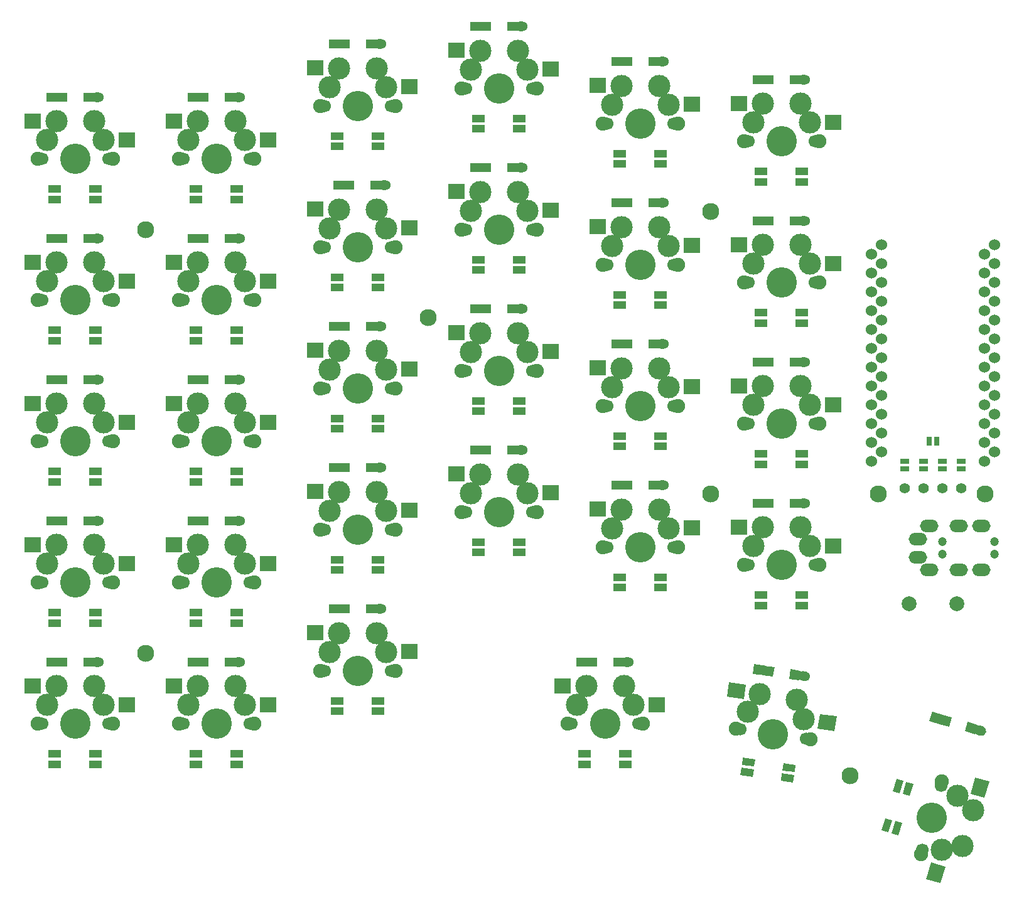
<source format=gts>
G04 #@! TF.GenerationSoftware,KiCad,Pcbnew,5.1.10-88a1d61d58~88~ubuntu18.04.1*
G04 #@! TF.CreationDate,2021-07-03T13:59:34+09:00*
G04 #@! TF.ProjectId,swallowtail,7377616c-6c6f-4777-9461-696c2e6b6963,rev?*
G04 #@! TF.SameCoordinates,Original*
G04 #@! TF.FileFunction,Soldermask,Top*
G04 #@! TF.FilePolarity,Negative*
%FSLAX46Y46*%
G04 Gerber Fmt 4.6, Leading zero omitted, Abs format (unit mm)*
G04 Created by KiCad (PCBNEW 5.1.10-88a1d61d58~88~ubuntu18.04.1) date 2021-07-03 13:59:34*
%MOMM*%
%LPD*%
G01*
G04 APERTURE LIST*
%ADD10R,1.700000X1.000000*%
%ADD11C,0.100000*%
%ADD12C,1.700000*%
%ADD13C,1.900000*%
%ADD14C,4.100000*%
%ADD15C,3.000000*%
%ADD16R,2.300000X2.000000*%
%ADD17C,2.300000*%
%ADD18R,1.400000X1.300000*%
%ADD19O,1.778000X1.300000*%
%ADD20R,1.778000X1.300000*%
%ADD21O,2.500000X1.700000*%
%ADD22C,1.200000*%
%ADD23C,1.397000*%
%ADD24R,0.635000X1.143000*%
%ADD25R,1.143000X0.635000*%
%ADD26C,2.000000*%
%ADD27C,1.524000*%
G04 APERTURE END LIST*
D10*
G04 #@! TO.C,LED1*
X144434970Y-69756540D03*
X144434970Y-68356540D03*
X138934970Y-69756540D03*
X138934970Y-68356540D03*
G04 #@! TD*
G04 #@! TO.C,LED2*
X125384890Y-67375280D03*
X125384890Y-65975280D03*
X119884890Y-67375280D03*
X119884890Y-65975280D03*
G04 #@! TD*
G04 #@! TO.C,LED3*
X106334810Y-62612760D03*
X106334810Y-61212760D03*
X100834810Y-62612760D03*
X100834810Y-61212760D03*
G04 #@! TD*
G04 #@! TO.C,LED4*
X87284730Y-64994020D03*
X87284730Y-63594020D03*
X81784730Y-64994020D03*
X81784730Y-63594020D03*
G04 #@! TD*
G04 #@! TO.C,LED5*
X68234650Y-72137800D03*
X68234650Y-70737800D03*
X62734650Y-72137800D03*
X62734650Y-70737800D03*
G04 #@! TD*
G04 #@! TO.C,LED6*
X49184570Y-72137800D03*
X49184570Y-70737800D03*
X43684570Y-72137800D03*
X43684570Y-70737800D03*
G04 #@! TD*
G04 #@! TO.C,LED7*
X49184570Y-91187880D03*
X49184570Y-89787880D03*
X43684570Y-91187880D03*
X43684570Y-89787880D03*
G04 #@! TD*
G04 #@! TO.C,LED8*
X68234650Y-91187880D03*
X68234650Y-89787880D03*
X62734650Y-91187880D03*
X62734650Y-89787880D03*
G04 #@! TD*
G04 #@! TO.C,LED9*
X87284730Y-84044100D03*
X87284730Y-82644100D03*
X81784730Y-84044100D03*
X81784730Y-82644100D03*
G04 #@! TD*
G04 #@! TO.C,LED10*
X106334810Y-81662840D03*
X106334810Y-80262840D03*
X100834810Y-81662840D03*
X100834810Y-80262840D03*
G04 #@! TD*
G04 #@! TO.C,LED11*
X125384890Y-86425360D03*
X125384890Y-85025360D03*
X119884890Y-86425360D03*
X119884890Y-85025360D03*
G04 #@! TD*
G04 #@! TO.C,LED12*
X144434970Y-88806620D03*
X144434970Y-87406620D03*
X138934970Y-88806620D03*
X138934970Y-87406620D03*
G04 #@! TD*
G04 #@! TO.C,LED13*
X144434970Y-107856700D03*
X144434970Y-106456700D03*
X138934970Y-107856700D03*
X138934970Y-106456700D03*
G04 #@! TD*
G04 #@! TO.C,LED14*
X125384890Y-105475440D03*
X125384890Y-104075440D03*
X119884890Y-105475440D03*
X119884890Y-104075440D03*
G04 #@! TD*
G04 #@! TO.C,LED15*
X106334810Y-100712920D03*
X106334810Y-99312920D03*
X100834810Y-100712920D03*
X100834810Y-99312920D03*
G04 #@! TD*
G04 #@! TO.C,LED16*
X87284730Y-103094180D03*
X87284730Y-101694180D03*
X81784730Y-103094180D03*
X81784730Y-101694180D03*
G04 #@! TD*
G04 #@! TO.C,LED17*
X68234650Y-110237960D03*
X68234650Y-108837960D03*
X62734650Y-110237960D03*
X62734650Y-108837960D03*
G04 #@! TD*
G04 #@! TO.C,LED18*
X49184570Y-110237960D03*
X49184570Y-108837960D03*
X43684570Y-110237960D03*
X43684570Y-108837960D03*
G04 #@! TD*
G04 #@! TO.C,LED19*
X49184570Y-129288040D03*
X49184570Y-127888040D03*
X43684570Y-129288040D03*
X43684570Y-127888040D03*
G04 #@! TD*
G04 #@! TO.C,LED20*
X68234650Y-129288040D03*
X68234650Y-127888040D03*
X62734650Y-129288040D03*
X62734650Y-127888040D03*
G04 #@! TD*
G04 #@! TO.C,LED21*
X87284730Y-122144260D03*
X87284730Y-120744260D03*
X81784730Y-122144260D03*
X81784730Y-120744260D03*
G04 #@! TD*
G04 #@! TO.C,LED22*
X106334810Y-119763000D03*
X106334810Y-118363000D03*
X100834810Y-119763000D03*
X100834810Y-118363000D03*
G04 #@! TD*
G04 #@! TO.C,LED23*
X125384890Y-124525520D03*
X125384890Y-123125520D03*
X119884890Y-124525520D03*
X119884890Y-123125520D03*
G04 #@! TD*
G04 #@! TO.C,LED24*
X144434970Y-126906780D03*
X144434970Y-125506780D03*
X138934970Y-126906780D03*
X138934970Y-125506780D03*
G04 #@! TD*
D11*
G04 #@! TO.C,LED25*
G36*
X155647775Y-155620633D02*
G01*
X156609037Y-155896270D01*
X156140453Y-157530415D01*
X155179191Y-157254778D01*
X155647775Y-155620633D01*
G37*
G36*
X156993541Y-156006525D02*
G01*
X157954803Y-156282162D01*
X157486219Y-157916307D01*
X156524957Y-157640670D01*
X156993541Y-156006525D01*
G37*
G36*
X157163781Y-150333693D02*
G01*
X158125043Y-150609330D01*
X157656459Y-152243475D01*
X156695197Y-151967838D01*
X157163781Y-150333693D01*
G37*
G36*
X158509547Y-150719585D02*
G01*
X159470809Y-150995222D01*
X159002225Y-152629367D01*
X158040963Y-152353730D01*
X158509547Y-150719585D01*
G37*
G04 #@! TD*
G04 #@! TO.C,LED26*
G36*
X141585160Y-150567289D02*
G01*
X141724333Y-149577021D01*
X143407788Y-149813615D01*
X143268615Y-150803883D01*
X141585160Y-150567289D01*
G37*
G36*
X141780002Y-149180913D02*
G01*
X141919175Y-148190645D01*
X143602630Y-148427239D01*
X143463457Y-149417507D01*
X141780002Y-149180913D01*
G37*
G36*
X136138686Y-149801837D02*
G01*
X136277859Y-148811569D01*
X137961314Y-149048163D01*
X137822141Y-150038431D01*
X136138686Y-149801837D01*
G37*
G36*
X136333528Y-148415461D02*
G01*
X136472701Y-147425193D01*
X138156156Y-147661787D01*
X138016983Y-148652055D01*
X136333528Y-148415461D01*
G37*
G04 #@! TD*
D10*
G04 #@! TO.C,LED27*
X120622370Y-148338120D03*
X120622370Y-146938120D03*
X115122370Y-148338120D03*
X115122370Y-146938120D03*
G04 #@! TD*
G04 #@! TO.C,LED28*
X87284730Y-141194340D03*
X87284730Y-139794340D03*
X81784730Y-141194340D03*
X81784730Y-139794340D03*
G04 #@! TD*
G04 #@! TO.C,LED29*
X68234650Y-148338120D03*
X68234650Y-146938120D03*
X62734650Y-148338120D03*
X62734650Y-146938120D03*
G04 #@! TD*
G04 #@! TO.C,LED30*
X49184570Y-148338120D03*
X49184570Y-146938120D03*
X43684570Y-148338120D03*
X43684570Y-146938120D03*
G04 #@! TD*
D12*
G04 #@! TO.C,SW6*
X146184385Y-64293765D03*
X137184385Y-64293765D03*
D13*
X136604385Y-64293765D03*
X146764385Y-64293765D03*
D14*
X141684385Y-64293765D03*
D15*
X144224385Y-59213765D03*
X145494385Y-61753764D03*
X139144385Y-59213765D03*
X137874385Y-61753765D03*
D16*
X135984385Y-59173765D03*
X148684385Y-61713765D03*
G04 #@! TD*
D17*
G04 #@! TO.C,Ref\u002A\u002A*
X169125000Y-111875000D03*
G04 #@! TD*
G04 #@! TO.C,Ref\u002A\u002A*
X154775000Y-111875000D03*
G04 #@! TD*
G04 #@! TO.C,Ref\u002A\u002A*
X132159930Y-111919220D03*
G04 #@! TD*
G04 #@! TO.C,Ref\u002A\u002A*
X132159930Y-73819060D03*
G04 #@! TD*
G04 #@! TO.C,Ref\u002A\u002A*
X94059770Y-88106620D03*
G04 #@! TD*
G04 #@! TO.C,Ref\u002A\u002A*
X150975000Y-149925000D03*
G04 #@! TD*
G04 #@! TO.C,Ref\u002A\u002A*
X55959610Y-133350560D03*
G04 #@! TD*
G04 #@! TO.C,Ref\u002A\u002A*
X55959610Y-76200320D03*
G04 #@! TD*
D12*
G04 #@! TO.C,SW29*
X145006591Y-144914794D03*
X136094179Y-143662236D03*
D13*
X135519823Y-143581516D03*
X145580947Y-144995514D03*
D14*
X140550385Y-144288515D03*
D15*
X143772665Y-139611453D03*
X144676806Y-142303483D03*
X138742103Y-138904454D03*
X137130963Y-141242985D03*
D11*
G36*
X136896404Y-137594837D02*
G01*
X136618058Y-139575373D01*
X134340442Y-139255275D01*
X134618788Y-137274739D01*
X136896404Y-137594837D01*
G37*
G36*
X149119309Y-141877616D02*
G01*
X148840963Y-143858152D01*
X146563347Y-143538054D01*
X146841693Y-141557518D01*
X149119309Y-141877616D01*
G37*
G04 #@! TD*
G04 #@! TO.C,D29*
G36*
X144251682Y-135736029D02*
G01*
X144070757Y-137023377D01*
X142684382Y-136828535D01*
X142865307Y-135541187D01*
X144251682Y-135736029D01*
G37*
G36*
X140736230Y-135241965D02*
G01*
X140555305Y-136529313D01*
X139168930Y-136334471D01*
X139349855Y-135047123D01*
X140736230Y-135241965D01*
G37*
G36*
G01*
X143800762Y-136329044D02*
X143800762Y-136329044D01*
G75*
G02*
X144534899Y-135775833I643674J-90463D01*
G01*
X145008247Y-135842357D01*
G75*
G02*
X145561458Y-136576494I-90463J-643674D01*
G01*
X145561458Y-136576494D01*
G75*
G02*
X144827321Y-137129705I-643674J90463D01*
G01*
X144353973Y-137063181D01*
G75*
G02*
X143800762Y-136329044I90463J643674D01*
G01*
G37*
G36*
X137768691Y-136137680D02*
G01*
X137949616Y-134850332D01*
X139710313Y-135097782D01*
X139529388Y-136385130D01*
X137768691Y-136137680D01*
G37*
G04 #@! TD*
D18*
G04 #@! TO.C,D23*
X124409385Y-110728140D03*
X120859385Y-110728140D03*
D19*
X125634385Y-110728140D03*
D20*
X119634385Y-110728140D03*
G04 #@! TD*
D12*
G04 #@! TO.C,SW19*
X50934385Y-123825025D03*
X41934385Y-123825025D03*
D13*
X41354385Y-123825025D03*
X51514385Y-123825025D03*
D14*
X46434385Y-123825025D03*
D15*
X48974385Y-118745025D03*
X50244385Y-121285024D03*
X43894385Y-118745025D03*
X42624385Y-121285025D03*
D16*
X40734385Y-118705025D03*
X53434385Y-121245025D03*
G04 #@! TD*
D12*
G04 #@! TO.C,SW20*
X69984385Y-123825025D03*
X60984385Y-123825025D03*
D13*
X60404385Y-123825025D03*
X70564385Y-123825025D03*
D14*
X65484385Y-123825025D03*
D15*
X68024385Y-118745025D03*
X69294385Y-121285024D03*
X62944385Y-118745025D03*
X61674385Y-121285025D03*
D16*
X59784385Y-118705025D03*
X72484385Y-121245025D03*
G04 #@! TD*
D12*
G04 #@! TO.C,SW24*
X146184385Y-121443765D03*
X137184385Y-121443765D03*
D13*
X136604385Y-121443765D03*
X146764385Y-121443765D03*
D14*
X141684385Y-121443765D03*
D15*
X144224385Y-116363765D03*
X145494385Y-118903764D03*
X139144385Y-116363765D03*
X137874385Y-118903765D03*
D16*
X135984385Y-116323765D03*
X148684385Y-118863765D03*
G04 #@! TD*
D18*
G04 #@! TO.C,D1*
X48209385Y-58340650D03*
X44659385Y-58340650D03*
D19*
X49434385Y-58340650D03*
D20*
X43434385Y-58340650D03*
G04 #@! TD*
D18*
G04 #@! TO.C,D2*
X67259385Y-58340650D03*
X63709385Y-58340650D03*
D19*
X68484385Y-58340650D03*
D20*
X62484385Y-58340650D03*
G04 #@! TD*
D18*
G04 #@! TO.C,D3*
X86309385Y-51196890D03*
X82759385Y-51196890D03*
D19*
X87534385Y-51196890D03*
D20*
X81534385Y-51196890D03*
G04 #@! TD*
D18*
G04 #@! TO.C,D4*
X105359385Y-48815640D03*
X101809385Y-48815640D03*
D19*
X106584385Y-48815640D03*
D20*
X100584385Y-48815640D03*
G04 #@! TD*
D18*
G04 #@! TO.C,D5*
X124409385Y-53578140D03*
X120859385Y-53578140D03*
D19*
X125634385Y-53578140D03*
D20*
X119634385Y-53578140D03*
G04 #@! TD*
D18*
G04 #@! TO.C,D6*
X143459385Y-55959390D03*
X139909385Y-55959390D03*
D19*
X144684385Y-55959390D03*
D20*
X138684385Y-55959390D03*
G04 #@! TD*
D18*
G04 #@! TO.C,D7*
X48209385Y-77390650D03*
X44659385Y-77390650D03*
D19*
X49434385Y-77390650D03*
D20*
X43434385Y-77390650D03*
G04 #@! TD*
D18*
G04 #@! TO.C,D8*
X67259385Y-77390650D03*
X63709385Y-77390650D03*
D19*
X68484385Y-77390650D03*
D20*
X62484385Y-77390650D03*
G04 #@! TD*
D18*
G04 #@! TO.C,D9*
X86915635Y-70246890D03*
X83365635Y-70246890D03*
D19*
X88140635Y-70246890D03*
D20*
X82140635Y-70246890D03*
G04 #@! TD*
D18*
G04 #@! TO.C,D10*
X105359385Y-67865640D03*
X101809385Y-67865640D03*
D19*
X106584385Y-67865640D03*
D20*
X100584385Y-67865640D03*
G04 #@! TD*
D18*
G04 #@! TO.C,D11*
X124409385Y-72628140D03*
X120859385Y-72628140D03*
D19*
X125634385Y-72628140D03*
D20*
X119634385Y-72628140D03*
G04 #@! TD*
D18*
G04 #@! TO.C,D12*
X143459385Y-75009390D03*
X139909385Y-75009390D03*
D19*
X144684385Y-75009390D03*
D20*
X138684385Y-75009390D03*
G04 #@! TD*
D18*
G04 #@! TO.C,D13*
X48209385Y-96440650D03*
X44659385Y-96440650D03*
D19*
X49434385Y-96440650D03*
D20*
X43434385Y-96440650D03*
G04 #@! TD*
D18*
G04 #@! TO.C,D14*
X67259385Y-96440650D03*
X63709385Y-96440650D03*
D19*
X68484385Y-96440650D03*
D20*
X62484385Y-96440650D03*
G04 #@! TD*
D18*
G04 #@! TO.C,D15*
X86309385Y-89296890D03*
X82759385Y-89296890D03*
D19*
X87534385Y-89296890D03*
D20*
X81534385Y-89296890D03*
G04 #@! TD*
D18*
G04 #@! TO.C,D16*
X105359385Y-86915640D03*
X101809385Y-86915640D03*
D19*
X106584385Y-86915640D03*
D20*
X100584385Y-86915640D03*
G04 #@! TD*
D18*
G04 #@! TO.C,D17*
X124409385Y-91678140D03*
X120859385Y-91678140D03*
D19*
X125634385Y-91678140D03*
D20*
X119634385Y-91678140D03*
G04 #@! TD*
D18*
G04 #@! TO.C,D18*
X143459385Y-94059390D03*
X139909385Y-94059390D03*
D19*
X144684385Y-94059390D03*
D20*
X138684385Y-94059390D03*
G04 #@! TD*
D18*
G04 #@! TO.C,D19*
X48209385Y-115490650D03*
X44659385Y-115490650D03*
D19*
X49434385Y-115490650D03*
D20*
X43434385Y-115490650D03*
G04 #@! TD*
D18*
G04 #@! TO.C,D20*
X67259385Y-115490650D03*
X63709385Y-115490650D03*
D19*
X68484385Y-115490650D03*
D20*
X62484385Y-115490650D03*
G04 #@! TD*
D18*
G04 #@! TO.C,D21*
X86309385Y-108346890D03*
X82759385Y-108346890D03*
D19*
X87534385Y-108346890D03*
D20*
X81534385Y-108346890D03*
G04 #@! TD*
D18*
G04 #@! TO.C,D22*
X105359385Y-105965640D03*
X101809385Y-105965640D03*
D19*
X106584385Y-105965640D03*
D20*
X100584385Y-105965640D03*
G04 #@! TD*
D18*
G04 #@! TO.C,D24*
X143459385Y-113109390D03*
X139909385Y-113109390D03*
D19*
X144684385Y-113109390D03*
D20*
X138684385Y-113109390D03*
G04 #@! TD*
D18*
G04 #@! TO.C,D25*
X48209385Y-134540650D03*
X44659385Y-134540650D03*
D19*
X49434385Y-134540650D03*
D20*
X43434385Y-134540650D03*
G04 #@! TD*
D18*
G04 #@! TO.C,D26*
X67259385Y-134540650D03*
X63709385Y-134540650D03*
D19*
X68484385Y-134540650D03*
D20*
X62484385Y-134540650D03*
G04 #@! TD*
D18*
G04 #@! TO.C,D27*
X86309385Y-127396890D03*
X82759385Y-127396890D03*
D19*
X87534385Y-127396890D03*
D20*
X81534385Y-127396890D03*
G04 #@! TD*
D18*
G04 #@! TO.C,D28*
X119651385Y-134541640D03*
X116101385Y-134541640D03*
D19*
X120876385Y-134541640D03*
D20*
X114876385Y-134541640D03*
G04 #@! TD*
D11*
G04 #@! TO.C,D30*
G36*
X168102660Y-143024123D02*
G01*
X167744332Y-144273763D01*
X166398566Y-143887871D01*
X166756894Y-142638231D01*
X168102660Y-143024123D01*
G37*
G36*
X164690180Y-142045611D02*
G01*
X164331852Y-143295251D01*
X162986086Y-142909359D01*
X163344414Y-141659719D01*
X164690180Y-142045611D01*
G37*
G36*
G01*
X167573596Y-143548612D02*
X167573596Y-143548612D01*
G75*
G02*
X168377580Y-143102956I624820J-179164D01*
G01*
X168837064Y-143234710D01*
G75*
G02*
X169282720Y-144038694I-179164J-624820D01*
G01*
X169282720Y-144038694D01*
G75*
G02*
X168478736Y-144484350I-624820J179164D01*
G01*
X168019252Y-144352596D01*
G75*
G02*
X167573596Y-143548612I179164J624820D01*
G01*
G37*
G36*
X161626862Y-142519607D02*
G01*
X161985191Y-141269967D01*
X163694314Y-141760051D01*
X163335985Y-143009691D01*
X161626862Y-142519607D01*
G37*
G04 #@! TD*
D12*
G04 #@! TO.C,SW4*
X108084385Y-57150015D03*
X99084385Y-57150015D03*
D13*
X98504385Y-57150015D03*
X108664385Y-57150015D03*
D14*
X103584385Y-57150015D03*
D15*
X106124385Y-52070015D03*
X107394385Y-54610014D03*
X101044385Y-52070015D03*
X99774385Y-54610015D03*
D16*
X97884385Y-52030015D03*
X110584385Y-54570015D03*
G04 #@! TD*
D12*
G04 #@! TO.C,SW30*
X160694017Y-159881943D03*
X163174753Y-151230587D03*
D13*
X163334623Y-150673056D03*
X160534147Y-160439474D03*
D14*
X161934385Y-155556265D03*
D15*
X166117476Y-159398107D03*
X163325812Y-159918791D03*
X167517713Y-154514898D03*
X165426168Y-152593977D03*
D11*
G36*
X169071457Y-152869425D02*
G01*
X167148933Y-152318151D01*
X167782899Y-150107249D01*
X169705423Y-150658523D01*
X169071457Y-152869425D01*
G37*
G36*
X163129258Y-164377329D02*
G01*
X161206734Y-163826055D01*
X161840700Y-161615153D01*
X163763224Y-162166427D01*
X163129258Y-164377329D01*
G37*
G04 #@! TD*
D12*
G04 #@! TO.C,SW25*
X50934385Y-142875025D03*
X41934385Y-142875025D03*
D13*
X41354385Y-142875025D03*
X51514385Y-142875025D03*
D14*
X46434385Y-142875025D03*
D15*
X48974385Y-137795025D03*
X50244385Y-140335024D03*
X43894385Y-137795025D03*
X42624385Y-140335025D03*
D16*
X40734385Y-137755025D03*
X53434385Y-140295025D03*
G04 #@! TD*
D21*
G04 #@! TO.C,J1*
X160113560Y-117940425D03*
X161613560Y-122140425D03*
X165613560Y-122140425D03*
X168613560Y-122140425D03*
D22*
X163413560Y-120040425D03*
X170413560Y-120040425D03*
D21*
X165613560Y-116190425D03*
X168613560Y-116190425D03*
X160113560Y-120390425D03*
X161613560Y-116190425D03*
D22*
X170413560Y-118290425D03*
X163413560Y-118290425D03*
G04 #@! TD*
D23*
G04 #@! TO.C,J2*
X165944560Y-111150425D03*
X163404560Y-111150425D03*
X160864560Y-111150425D03*
X158324560Y-111150425D03*
G04 #@! TD*
D24*
G04 #@! TO.C,JP2*
X161634180Y-104800425D03*
X162634940Y-104800425D03*
G04 #@! TD*
D25*
G04 #@! TO.C,JP7*
X165944560Y-107475045D03*
X165944560Y-108475805D03*
G04 #@! TD*
G04 #@! TO.C,JP8*
X163404560Y-107475045D03*
X163404560Y-108475805D03*
G04 #@! TD*
G04 #@! TO.C,JP9*
X160864560Y-107475045D03*
X160864560Y-108475805D03*
G04 #@! TD*
G04 #@! TO.C,JP10*
X158324560Y-107475045D03*
X158324560Y-108475805D03*
G04 #@! TD*
D26*
G04 #@! TO.C,RSW1*
X158866850Y-126692520D03*
X165366850Y-126692520D03*
G04 #@! TD*
D12*
G04 #@! TO.C,SW1*
X50934385Y-66675025D03*
X41934385Y-66675025D03*
D13*
X41354385Y-66675025D03*
X51514385Y-66675025D03*
D14*
X46434385Y-66675025D03*
D15*
X48974385Y-61595025D03*
X50244385Y-64135024D03*
X43894385Y-61595025D03*
X42624385Y-64135025D03*
D16*
X40734385Y-61555025D03*
X53434385Y-64095025D03*
G04 #@! TD*
D12*
G04 #@! TO.C,SW2*
X69984385Y-66675025D03*
X60984385Y-66675025D03*
D13*
X60404385Y-66675025D03*
X70564385Y-66675025D03*
D14*
X65484385Y-66675025D03*
D15*
X68024385Y-61595025D03*
X69294385Y-64135024D03*
X62944385Y-61595025D03*
X61674385Y-64135025D03*
D16*
X59784385Y-61555025D03*
X72484385Y-64095025D03*
G04 #@! TD*
D12*
G04 #@! TO.C,SW3*
X89034385Y-59531265D03*
X80034385Y-59531265D03*
D13*
X79454385Y-59531265D03*
X89614385Y-59531265D03*
D14*
X84534385Y-59531265D03*
D15*
X87074385Y-54451265D03*
X88344385Y-56991264D03*
X81994385Y-54451265D03*
X80724385Y-56991265D03*
D16*
X78834385Y-54411265D03*
X91534385Y-56951265D03*
G04 #@! TD*
D12*
G04 #@! TO.C,SW5*
X127134385Y-61912515D03*
X118134385Y-61912515D03*
D13*
X117554385Y-61912515D03*
X127714385Y-61912515D03*
D14*
X122634385Y-61912515D03*
D15*
X125174385Y-56832515D03*
X126444385Y-59372514D03*
X120094385Y-56832515D03*
X118824385Y-59372515D03*
D16*
X116934385Y-56792515D03*
X129634385Y-59332515D03*
G04 #@! TD*
D12*
G04 #@! TO.C,SW7*
X50934385Y-85725025D03*
X41934385Y-85725025D03*
D13*
X41354385Y-85725025D03*
X51514385Y-85725025D03*
D14*
X46434385Y-85725025D03*
D15*
X48974385Y-80645025D03*
X50244385Y-83185024D03*
X43894385Y-80645025D03*
X42624385Y-83185025D03*
D16*
X40734385Y-80605025D03*
X53434385Y-83145025D03*
G04 #@! TD*
D12*
G04 #@! TO.C,SW8*
X69984385Y-85725025D03*
X60984385Y-85725025D03*
D13*
X60404385Y-85725025D03*
X70564385Y-85725025D03*
D14*
X65484385Y-85725025D03*
D15*
X68024385Y-80645025D03*
X69294385Y-83185024D03*
X62944385Y-80645025D03*
X61674385Y-83185025D03*
D16*
X59784385Y-80605025D03*
X72484385Y-83145025D03*
G04 #@! TD*
D12*
G04 #@! TO.C,SW9*
X89034385Y-78581265D03*
X80034385Y-78581265D03*
D13*
X79454385Y-78581265D03*
X89614385Y-78581265D03*
D14*
X84534385Y-78581265D03*
D15*
X87074385Y-73501265D03*
X88344385Y-76041264D03*
X81994385Y-73501265D03*
X80724385Y-76041265D03*
D16*
X78834385Y-73461265D03*
X91534385Y-76001265D03*
G04 #@! TD*
D12*
G04 #@! TO.C,SW10*
X108084385Y-76200015D03*
X99084385Y-76200015D03*
D13*
X98504385Y-76200015D03*
X108664385Y-76200015D03*
D14*
X103584385Y-76200015D03*
D15*
X106124385Y-71120015D03*
X107394385Y-73660014D03*
X101044385Y-71120015D03*
X99774385Y-73660015D03*
D16*
X97884385Y-71080015D03*
X110584385Y-73620015D03*
G04 #@! TD*
D12*
G04 #@! TO.C,SW11*
X127134385Y-80962515D03*
X118134385Y-80962515D03*
D13*
X117554385Y-80962515D03*
X127714385Y-80962515D03*
D14*
X122634385Y-80962515D03*
D15*
X125174385Y-75882515D03*
X126444385Y-78422514D03*
X120094385Y-75882515D03*
X118824385Y-78422515D03*
D16*
X116934385Y-75842515D03*
X129634385Y-78382515D03*
G04 #@! TD*
D12*
G04 #@! TO.C,SW12*
X146184385Y-83343765D03*
X137184385Y-83343765D03*
D13*
X136604385Y-83343765D03*
X146764385Y-83343765D03*
D14*
X141684385Y-83343765D03*
D15*
X144224385Y-78263765D03*
X145494385Y-80803764D03*
X139144385Y-78263765D03*
X137874385Y-80803765D03*
D16*
X135984385Y-78223765D03*
X148684385Y-80763765D03*
G04 #@! TD*
D12*
G04 #@! TO.C,SW13*
X50934385Y-104775025D03*
X41934385Y-104775025D03*
D13*
X41354385Y-104775025D03*
X51514385Y-104775025D03*
D14*
X46434385Y-104775025D03*
D15*
X48974385Y-99695025D03*
X50244385Y-102235024D03*
X43894385Y-99695025D03*
X42624385Y-102235025D03*
D16*
X40734385Y-99655025D03*
X53434385Y-102195025D03*
G04 #@! TD*
D12*
G04 #@! TO.C,SW14*
X69984385Y-104775025D03*
X60984385Y-104775025D03*
D13*
X60404385Y-104775025D03*
X70564385Y-104775025D03*
D14*
X65484385Y-104775025D03*
D15*
X68024385Y-99695025D03*
X69294385Y-102235024D03*
X62944385Y-99695025D03*
X61674385Y-102235025D03*
D16*
X59784385Y-99655025D03*
X72484385Y-102195025D03*
G04 #@! TD*
D12*
G04 #@! TO.C,SW15*
X89034385Y-97631265D03*
X80034385Y-97631265D03*
D13*
X79454385Y-97631265D03*
X89614385Y-97631265D03*
D14*
X84534385Y-97631265D03*
D15*
X87074385Y-92551265D03*
X88344385Y-95091264D03*
X81994385Y-92551265D03*
X80724385Y-95091265D03*
D16*
X78834385Y-92511265D03*
X91534385Y-95051265D03*
G04 #@! TD*
D12*
G04 #@! TO.C,SW16*
X108084385Y-95250015D03*
X99084385Y-95250015D03*
D13*
X98504385Y-95250015D03*
X108664385Y-95250015D03*
D14*
X103584385Y-95250015D03*
D15*
X106124385Y-90170015D03*
X107394385Y-92710014D03*
X101044385Y-90170015D03*
X99774385Y-92710015D03*
D16*
X97884385Y-90130015D03*
X110584385Y-92670015D03*
G04 #@! TD*
D12*
G04 #@! TO.C,SW17*
X127134385Y-100012515D03*
X118134385Y-100012515D03*
D13*
X117554385Y-100012515D03*
X127714385Y-100012515D03*
D14*
X122634385Y-100012515D03*
D15*
X125174385Y-94932515D03*
X126444385Y-97472514D03*
X120094385Y-94932515D03*
X118824385Y-97472515D03*
D16*
X116934385Y-94892515D03*
X129634385Y-97432515D03*
G04 #@! TD*
D12*
G04 #@! TO.C,SW18*
X146184385Y-102393765D03*
X137184385Y-102393765D03*
D13*
X136604385Y-102393765D03*
X146764385Y-102393765D03*
D14*
X141684385Y-102393765D03*
D15*
X144224385Y-97313765D03*
X145494385Y-99853764D03*
X139144385Y-97313765D03*
X137874385Y-99853765D03*
D16*
X135984385Y-97273765D03*
X148684385Y-99813765D03*
G04 #@! TD*
D12*
G04 #@! TO.C,SW21*
X89034385Y-116681265D03*
X80034385Y-116681265D03*
D13*
X79454385Y-116681265D03*
X89614385Y-116681265D03*
D14*
X84534385Y-116681265D03*
D15*
X87074385Y-111601265D03*
X88344385Y-114141264D03*
X81994385Y-111601265D03*
X80724385Y-114141265D03*
D16*
X78834385Y-111561265D03*
X91534385Y-114101265D03*
G04 #@! TD*
D12*
G04 #@! TO.C,SW22*
X108084385Y-114300015D03*
X99084385Y-114300015D03*
D13*
X98504385Y-114300015D03*
X108664385Y-114300015D03*
D14*
X103584385Y-114300015D03*
D15*
X106124385Y-109220015D03*
X107394385Y-111760014D03*
X101044385Y-109220015D03*
X99774385Y-111760015D03*
D16*
X97884385Y-109180015D03*
X110584385Y-111720015D03*
G04 #@! TD*
D12*
G04 #@! TO.C,SW23*
X127134385Y-119062515D03*
X118134385Y-119062515D03*
D13*
X117554385Y-119062515D03*
X127714385Y-119062515D03*
D14*
X122634385Y-119062515D03*
D15*
X125174385Y-113982515D03*
X126444385Y-116522514D03*
X120094385Y-113982515D03*
X118824385Y-116522515D03*
D16*
X116934385Y-113942515D03*
X129634385Y-116482515D03*
G04 #@! TD*
D12*
G04 #@! TO.C,SW26*
X69984385Y-142875025D03*
X60984385Y-142875025D03*
D13*
X60404385Y-142875025D03*
X70564385Y-142875025D03*
D14*
X65484385Y-142875025D03*
D15*
X68024385Y-137795025D03*
X69294385Y-140335024D03*
X62944385Y-137795025D03*
X61674385Y-140335025D03*
D16*
X59784385Y-137755025D03*
X72484385Y-140295025D03*
G04 #@! TD*
D12*
G04 #@! TO.C,SW27*
X89034385Y-135731265D03*
X80034385Y-135731265D03*
D13*
X79454385Y-135731265D03*
X89614385Y-135731265D03*
D14*
X84534385Y-135731265D03*
D15*
X87074385Y-130651265D03*
X88344385Y-133191264D03*
X81994385Y-130651265D03*
X80724385Y-133191265D03*
D16*
X78834385Y-130611265D03*
X91534385Y-133151265D03*
G04 #@! TD*
D12*
G04 #@! TO.C,SW28*
X122376385Y-142876015D03*
X113376385Y-142876015D03*
D13*
X112796385Y-142876015D03*
X122956385Y-142876015D03*
D14*
X117876385Y-142876015D03*
D15*
X120416385Y-137796015D03*
X121686385Y-140336014D03*
X115336385Y-137796015D03*
X114066385Y-140336015D03*
D16*
X112176385Y-137756015D03*
X124876385Y-140296015D03*
G04 #@! TD*
D27*
G04 #@! TO.C,U1*
X169063160Y-79527425D03*
X169063160Y-82067425D03*
X169063160Y-84607425D03*
X169063160Y-87147425D03*
X169063160Y-89687425D03*
X169063160Y-92227425D03*
X169063160Y-94767425D03*
X169063160Y-97307425D03*
X169063160Y-99847425D03*
X169063160Y-102387425D03*
X169063160Y-104927425D03*
X169063160Y-107467425D03*
X153823160Y-107467425D03*
X153823160Y-104927425D03*
X153823160Y-102387425D03*
X153823160Y-99847425D03*
X153823160Y-97307425D03*
X153823160Y-94767425D03*
X153823160Y-92227425D03*
X153823160Y-89687425D03*
X153823160Y-87147425D03*
X153823160Y-84607425D03*
X153823160Y-82067425D03*
X153823160Y-79527425D03*
X170369560Y-78257425D03*
X170369560Y-80797425D03*
X170369560Y-83337425D03*
X170369560Y-85877425D03*
X170369560Y-88417425D03*
X170369560Y-90957425D03*
X170369560Y-93497425D03*
X170369560Y-96037425D03*
X170369560Y-98577425D03*
X170369560Y-101117425D03*
X170369560Y-103657425D03*
X170369560Y-106197425D03*
X155149560Y-106197425D03*
X155149560Y-103657425D03*
X155149560Y-101117425D03*
X155149560Y-98577425D03*
X155149560Y-96037425D03*
X155149560Y-93497425D03*
X155149560Y-90957425D03*
X155149560Y-88417425D03*
X155149560Y-85877425D03*
X155149560Y-83337425D03*
X155149560Y-80797425D03*
X155149560Y-78257425D03*
G04 #@! TD*
M02*

</source>
